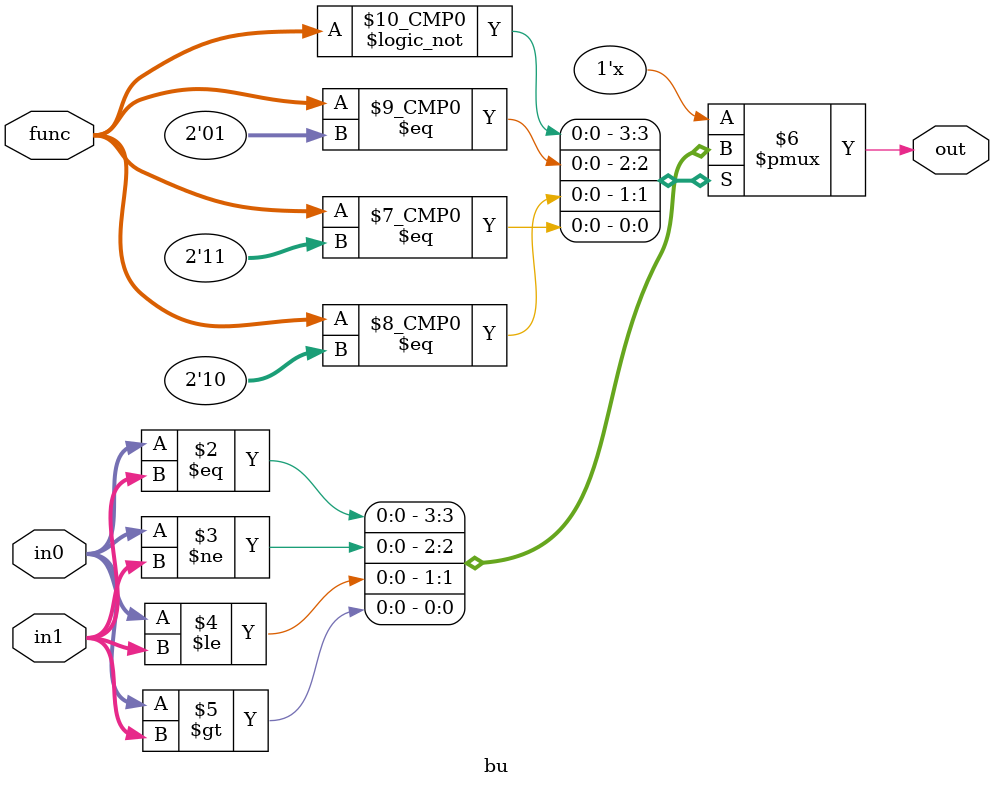
<source format=v>
module bu(in0,in1,func,out);
input signed [31:0] in0,in1;
input [1:0] func;
output out;

reg out;

`define eq 'b00
`define ne 'b01
`define le 'b10
`define gt 'b11

always@(func,in0,in1)
begin
	case(func)
	`eq: out=(in0==in1);
	`ne: out=(in0!=in1);
	`le: out=(in0<=in1);
	`gt: out=(in0>in1);
	endcase
end

endmodule

</source>
